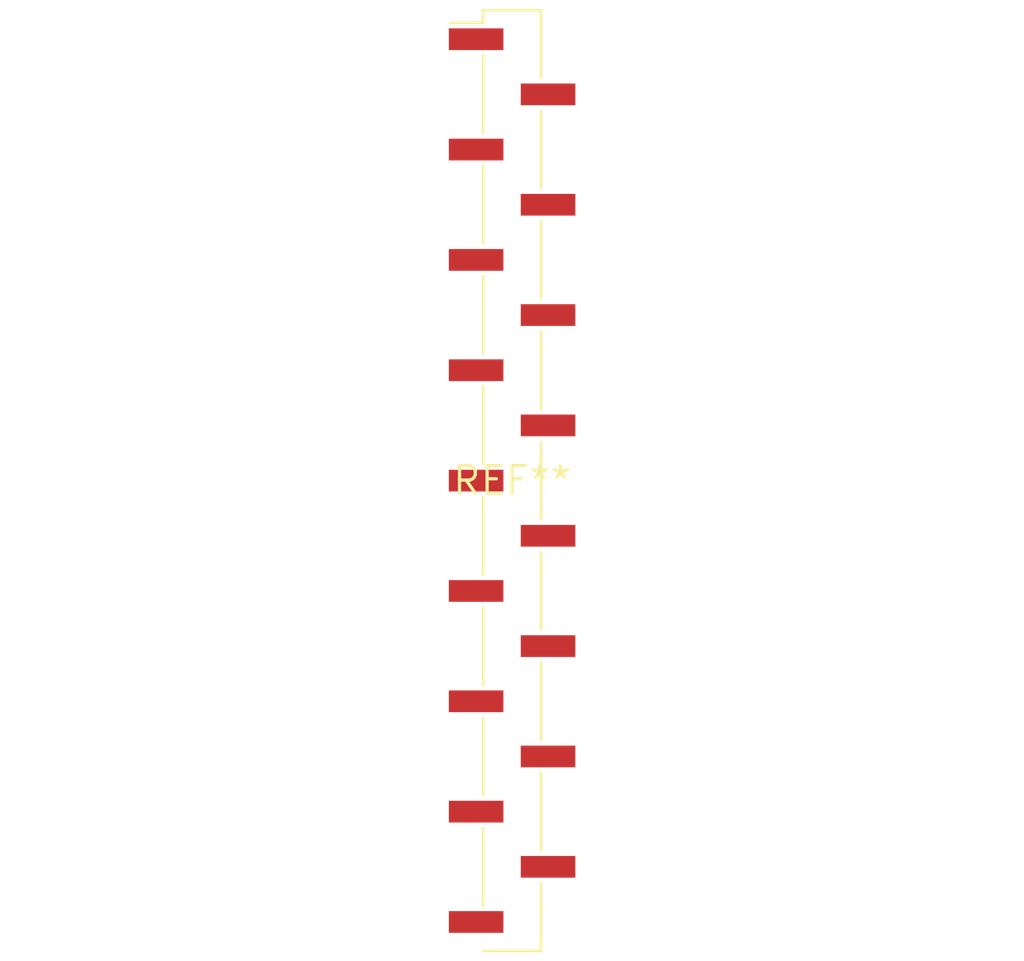
<source format=kicad_pcb>
(kicad_pcb (version 20240108) (generator pcbnew)
  (layers (0 "F.Cu" signal) (31 "B.Cu" signal) (34 "B.Paste" user) (35 "F.Paste" user) (36 "B.SilkS" user "B.Silkscreen") (37 "F.SilkS" user "F.Silkscreen") (38 "B.Mask" user) (39 "F.Mask" user) (44 "Edge.Cuts" user))
  (net 0 "")
  (footprint "PinHeader_1x17_P2.54mm_Vertical_SMD_Pin1Left" (layer "F.Cu") (at 0 0)
    (property "Reference" "REF**")
    (property "Value" "PinHeader_1x17_P2.54mm_Vertical_SMD_Pin1Left")
    (fp_line (start -1.33 -21.65) (end -1.33 -21.08) (layer "F.SilkS") (stroke (width 0.12)))
    (fp_line (start -1.33 -21.65) (end 1.33 -21.65) (layer "F.SilkS") (stroke (width 0.12)))
    (fp_line (start -1.33 -21.08) (end -2.85 -21.08) (layer "F.SilkS") (stroke (width 0.12)))
    (fp_line (start -1.33 -19.56) (end -1.33 -16) (layer "F.SilkS") (stroke (width 0.12)))
    (fp_line (start -1.33 -14.48) (end -1.33 -10.92) (layer "F.SilkS") (stroke (width 0.12)))
    (fp_line (start -1.33 -9.4) (end -1.33 -5.84) (layer "F.SilkS") (stroke (width 0.12)))
    (fp_line (start -1.33 -4.32) (end -1.33 -0.76) (layer "F.SilkS") (stroke (width 0.12)))
    (fp_line (start -1.33 0.76) (end -1.33 4.32) (layer "F.SilkS") (stroke (width 0.12)))
    (fp_line (start -1.33 5.84) (end -1.33 9.4) (layer "F.SilkS") (stroke (width 0.12)))
    (fp_line (start -1.33 10.92) (end -1.33 14.48) (layer "F.SilkS") (stroke (width 0.12)))
    (fp_line (start -1.33 16) (end -1.33 19.56) (layer "F.SilkS") (stroke (width 0.12)))
    (fp_line (start -1.33 21.65) (end 1.33 21.65) (layer "F.SilkS") (stroke (width 0.12)))
    (fp_line (start 1.33 -21.65) (end 1.33 -18.54) (layer "F.SilkS") (stroke (width 0.12)))
    (fp_line (start 1.33 -17.02) (end 1.33 -13.46) (layer "F.SilkS") (stroke (width 0.12)))
    (fp_line (start 1.33 -11.94) (end 1.33 -8.38) (layer "F.SilkS") (stroke (width 0.12)))
    (fp_line (start 1.33 -6.86) (end 1.33 -3.3) (layer "F.SilkS") (stroke (width 0.12)))
    (fp_line (start 1.33 -1.78) (end 1.33 1.78) (layer "F.SilkS") (stroke (width 0.12)))
    (fp_line (start 1.33 3.3) (end 1.33 6.86) (layer "F.SilkS") (stroke (width 0.12)))
    (fp_line (start 1.33 8.38) (end 1.33 11.94) (layer "F.SilkS") (stroke (width 0.12)))
    (fp_line (start 1.33 13.46) (end 1.33 17.02) (layer "F.SilkS") (stroke (width 0.12)))
    (fp_line (start 1.33 18.54) (end 1.33 21.65) (layer "F.SilkS") (stroke (width 0.12)))
    (fp_line (start 1.33 21.08) (end 1.33 21.65) (layer "F.SilkS") (stroke (width 0.12)))
    (pad "1" smd rect (at -1.655 -20.32) (size 2.51 1) (layers "F.Cu" "F.Paste" "F.Mask"))
    (pad "2" smd rect (at 1.655 -17.78) (size 2.51 1) (layers "F.Cu" "F.Paste" "F.Mask"))
    (pad "3" smd rect (at -1.655 -15.24) (size 2.51 1) (layers "F.Cu" "F.Paste" "F.Mask"))
    (pad "4" smd rect (at 1.655 -12.7) (size 2.51 1) (layers "F.Cu" "F.Paste" "F.Mask"))
    (pad "5" smd rect (at -1.655 -10.16) (size 2.51 1) (layers "F.Cu" "F.Paste" "F.Mask"))
    (pad "6" smd rect (at 1.655 -7.62) (size 2.51 1) (layers "F.Cu" "F.Paste" "F.Mask"))
    (pad "7" smd rect (at -1.655 -5.08) (size 2.51 1) (layers "F.Cu" "F.Paste" "F.Mask"))
    (pad "8" smd rect (at 1.655 -2.54) (size 2.51 1) (layers "F.Cu" "F.Paste" "F.Mask"))
    (pad "9" smd rect (at -1.655 0) (size 2.51 1) (layers "F.Cu" "F.Paste" "F.Mask"))
    (pad "10" smd rect (at 1.655 2.54) (size 2.51 1) (layers "F.Cu" "F.Paste" "F.Mask"))
    (pad "11" smd rect (at -1.655 5.08) (size 2.51 1) (layers "F.Cu" "F.Paste" "F.Mask"))
    (pad "12" smd rect (at 1.655 7.62) (size 2.51 1) (layers "F.Cu" "F.Paste" "F.Mask"))
    (pad "13" smd rect (at -1.655 10.16) (size 2.51 1) (layers "F.Cu" "F.Paste" "F.Mask"))
    (pad "14" smd rect (at 1.655 12.7) (size 2.51 1) (layers "F.Cu" "F.Paste" "F.Mask"))
    (pad "15" smd rect (at -1.655 15.24) (size 2.51 1) (layers "F.Cu" "F.Paste" "F.Mask"))
    (pad "16" smd rect (at 1.655 17.78) (size 2.51 1) (layers "F.Cu" "F.Paste" "F.Mask"))
    (pad "17" smd rect (at -1.655 20.32) (size 2.51 1) (layers "F.Cu" "F.Paste" "F.Mask"))
  )
)
</source>
